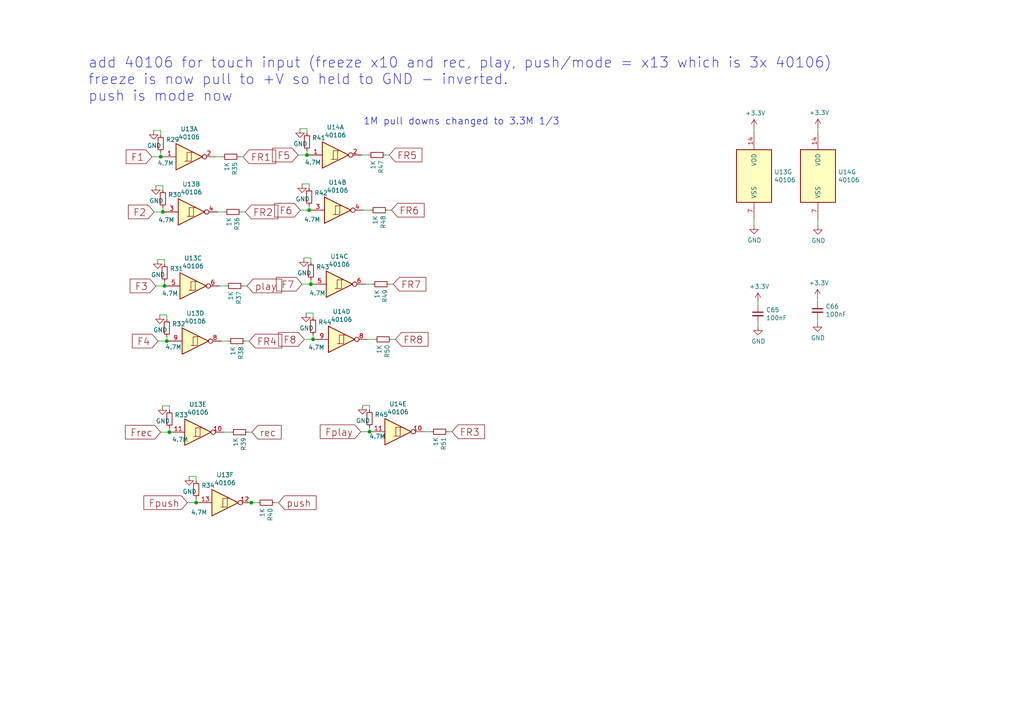
<source format=kicad_sch>
(kicad_sch (version 20211123) (generator eeschema)
  (paper "A4")
  (lib_symbols
    (symbol "4xxx:40106" (pin_names (offset 1.016))
      (property "Reference" "U" (at 0 1.27 0))
      (property "Value" "40106" (at 0 -1.27 0))
      (symbol "40106_1_0"
        (polyline (pts (xy -0.635 -1.27) (xy -0.635 1.27) (xy 0.635 1.27)))
        (polyline (pts (xy -3.81 3.81) (xy -3.81 -3.81) (xy 3.81 0) (xy -3.81 3.81)) (stroke (width 0.254)) (fill (type background)))
        (polyline (pts (xy -1.27 -1.27) (xy 0.635 -1.27) (xy 0.635 1.27) (xy 1.27 1.27)))
        (pin input line (at -7.62 0 0) (length 3.81) (name "~") (number "1"))
        (pin output inverted (at 7.62 0 180) (length 3.81) (name "~") (number "2"))
      )
      (symbol "40106_2_0"
        (polyline (pts (xy -0.635 -1.27) (xy -0.635 1.27) (xy 0.635 1.27)))
        (polyline (pts (xy -3.81 3.81) (xy -3.81 -3.81) (xy 3.81 0) (xy -3.81 3.81)) (stroke (width 0.254)) (fill (type background)))
        (polyline (pts (xy -1.27 -1.27) (xy 0.635 -1.27) (xy 0.635 1.27) (xy 1.27 1.27)))
        (pin input line (at -7.62 0 0) (length 3.81) (name "~") (number "3"))
        (pin output inverted (at 7.62 0 180) (length 3.81) (name "~") (number "4"))
      )
      (symbol "40106_3_0"
        (polyline (pts (xy -0.635 -1.27) (xy -0.635 1.27) (xy 0.635 1.27)))
        (polyline (pts (xy -3.81 3.81) (xy -3.81 -3.81) (xy 3.81 0) (xy -3.81 3.81)) (stroke (width 0.254)) (fill (type background)))
        (polyline (pts (xy -1.27 -1.27) (xy 0.635 -1.27) (xy 0.635 1.27) (xy 1.27 1.27)))
        (pin input line (at -7.62 0 0) (length 3.81) (name "~") (number "5"))
        (pin output inverted (at 7.62 0 180) (length 3.81) (name "~") (number "6"))
      )
      (symbol "40106_4_0"
        (polyline (pts (xy -0.635 -1.27) (xy -0.635 1.27) (xy 0.635 1.27)))
        (polyline (pts (xy -3.81 3.81) (xy -3.81 -3.81) (xy 3.81 0) (xy -3.81 3.81)) (stroke (width 0.254)) (fill (type background)))
        (polyline (pts (xy -1.27 -1.27) (xy 0.635 -1.27) (xy 0.635 1.27) (xy 1.27 1.27)))
        (pin output inverted (at 7.62 0 180) (length 3.81) (name "~") (number "8"))
        (pin input line (at -7.62 0 0) (length 3.81) (name "~") (number "9"))
      )
      (symbol "40106_5_0"
        (polyline (pts (xy -0.635 -1.27) (xy -0.635 1.27) (xy 0.635 1.27)))
        (polyline (pts (xy -3.81 3.81) (xy -3.81 -3.81) (xy 3.81 0) (xy -3.81 3.81)) (stroke (width 0.254)) (fill (type background)))
        (polyline (pts (xy -1.27 -1.27) (xy 0.635 -1.27) (xy 0.635 1.27) (xy 1.27 1.27)))
        (pin output inverted (at 7.62 0 180) (length 3.81) (name "~") (number "10"))
        (pin input line (at -7.62 0 0) (length 3.81) (name "~") (number "11"))
      )
      (symbol "40106_6_0"
        (polyline (pts (xy -0.635 -1.27) (xy -0.635 1.27) (xy 0.635 1.27)))
        (polyline (pts (xy -3.81 3.81) (xy -3.81 -3.81) (xy 3.81 0) (xy -3.81 3.81)) (stroke (width 0.254)) (fill (type background)))
        (polyline (pts (xy -1.27 -1.27) (xy 0.635 -1.27) (xy 0.635 1.27) (xy 1.27 1.27)))
        (pin output inverted (at 7.62 0 180) (length 3.81) (name "~") (number "12"))
        (pin input line (at -7.62 0 0) (length 3.81) (name "~") (number "13"))
      )
      (symbol "40106_7_0"
        (pin power_in line (at 0 12.7 270) (length 5.08) (name "VDD") (number "14"))
        (pin power_in line (at 0 -12.7 90) (length 5.08) (name "VSS") (number "7"))
      )
      (symbol "40106_7_1"
        (rectangle (start -5.08 7.62) (end 5.08 -7.62) (stroke (width 0.254)) (fill (type background)))
      )
    )
    (symbol "Device:C_Small" (pin_numbers hide) (pin_names (offset 0.254) hide)
      (property "Reference" "C" (at 0.254 1.778 0))
      (property "Value" "C_Small" (at 0.254 -2.032 0))
      (symbol "C_Small_0_1"
        (polyline (pts (xy -1.524 -0.508) (xy 1.524 -0.508)) (stroke (width 0.3302)))
        (polyline (pts (xy -1.524 0.508) (xy 1.524 0.508)) (stroke (width 0.3048)))
      )
      (symbol "C_Small_1_1"
        (pin passive line (at 0 2.54 270) (length 2.032) (name "~") (number "1"))
        (pin passive line (at 0 -2.54 90) (length 2.032) (name "~") (number "2"))
      )
    )
    (symbol "Device:R_Small" (pin_numbers hide) (pin_names (offset 0.254) hide)
      (property "Reference" "R" (at 0.762 0.508 0))
      (property "Value" "R_Small" (at 0.762 -1.016 0))
      (symbol "R_Small_0_1"
        (rectangle (start -0.762 1.778) (end 0.762 -1.778) (stroke (width 0.2032)))
      )
      (symbol "R_Small_1_1"
        (pin passive line (at 0 2.54 270) (length 0.762) (name "~") (number "1"))
        (pin passive line (at 0 -2.54 90) (length 0.762) (name "~") (number "2"))
      )
    )
    (symbol "power:+3.3V" (power) (pin_names (offset 0))
      (property "Value" "+3.3V" (at 0 3.556 0))
      (symbol "+3.3V_0_1"
        (polyline (pts (xy -0.762 1.27) (xy 0 2.54)))
        (polyline (pts (xy 0 0) (xy 0 2.54)))
        (polyline (pts (xy 0 2.54) (xy 0.762 1.27)))
      )
      (symbol "+3.3V_1_1"
        (pin power_in line (at 0 0 90) (length 0) hide (name "+3.3V") (number "1"))
      )
    )
    (symbol "power:GND" (power) (pin_names (offset 0))
      (property "Value" "GND" (at 0 -3.81 0))
      (symbol "GND_0_1"
        (polyline (pts (xy 0 0) (xy 0 -1.27) (xy 1.27 -1.27) (xy 0 -2.54) (xy -1.27 -1.27) (xy 0 -1.27)))
      )
      (symbol "GND_1_1"
        (pin power_in line (at 0 0 270) (length 0) hide (name "GND") (number "1"))
      )
    )
  )
  (junction (at 89.027 44.958))
  (junction (at 90.17 82.423))
  (junction (at 49.149 125.349))
  (junction (at 89.662 60.96))
  (junction (at 56.896 145.796))
  (junction (at 46.609 45.466))
  (junction (at 47.244 61.468))
  (junction (at 72.898 145.796))
  (junction (at 47.752 82.931))
  (junction (at 107.188 125.222))
  (junction (at 90.805 98.425))
  (junction (at 48.387 98.933))
  (wire (pts (xy 111.887 44.958) (xy 112.903 44.958)))
  (wire (pts (xy 124.968 125.222) (xy 123.063 125.222)))
  (wire (pts (xy 106.807 44.958) (xy 104.902 44.958)))
  (wire (pts (xy 46.609 44.196) (xy 46.609 45.466)))
  (wire (pts (xy 47.752 81.661) (xy 47.752 82.931)))
  (wire (pts (xy 107.442 60.96) (xy 105.537 60.96)))
  (wire (pts (xy 90.17 81.153) (xy 90.17 82.423)))
  (wire (pts (xy 107.188 123.952) (xy 107.188 125.222)))
  (wire (pts (xy 47.244 53.848) (xy 47.244 55.118)))
  (wire (pts (xy 74.676 145.796) (xy 72.898 145.796)))
  (wire (pts (xy 89.662 59.69) (xy 89.662 60.96)))
  (wire (pts (xy 49.149 125.349) (xy 49.784 125.349)))
  (wire (pts (xy 107.188 125.222) (xy 104.648 125.222)))
  (wire (pts (xy 47.752 82.931) (xy 48.387 82.931)))
  (wire (pts (xy 86.995 37.338) (xy 89.027 37.338)))
  (wire (pts (xy 56.896 144.526) (xy 56.896 145.796)))
  (wire (pts (xy 49.149 125.349) (xy 46.609 125.349)))
  (wire (pts (xy 56.896 138.176) (xy 56.896 139.446)))
  (wire (pts (xy 108.585 98.425) (xy 106.68 98.425)))
  (wire (pts (xy 89.027 37.338) (xy 89.027 38.608)))
  (wire (pts (xy 105.156 117.602) (xy 107.188 117.602)))
  (wire (pts (xy 56.896 145.796) (xy 57.658 145.796)))
  (wire (pts (xy 47.244 60.198) (xy 47.244 61.468)))
  (wire (pts (xy 66.167 98.933) (xy 64.262 98.933)))
  (wire (pts (xy 89.027 44.958) (xy 89.662 44.958)))
  (wire (pts (xy 89.027 44.958) (xy 86.487 44.958)))
  (wire (pts (xy 47.752 82.931) (xy 45.212 82.931)))
  (wire (pts (xy 49.149 124.079) (xy 49.149 125.349)))
  (wire (pts (xy 237.109 92.583) (xy 237.109 93.599)))
  (wire (pts (xy 47.244 61.468) (xy 44.704 61.468)))
  (wire (pts (xy 72.898 145.796) (xy 72.771 145.796)))
  (wire (pts (xy 88.138 74.803) (xy 90.17 74.803)))
  (wire (pts (xy 47.244 61.468) (xy 47.879 61.468)))
  (wire (pts (xy 218.694 63.754) (xy 218.694 65.278)))
  (wire (pts (xy 130.048 125.222) (xy 131.064 125.222)))
  (wire (pts (xy 107.188 117.602) (xy 107.188 118.872)))
  (wire (pts (xy 66.929 125.349) (xy 65.024 125.349)))
  (wire (pts (xy 219.837 93.599) (xy 219.837 94.615)))
  (wire (pts (xy 71.247 98.933) (xy 72.263 98.933)))
  (wire (pts (xy 237.236 63.754) (xy 237.236 65.405)))
  (wire (pts (xy 90.17 82.423) (xy 87.63 82.423)))
  (wire (pts (xy 65.024 61.468) (xy 63.119 61.468)))
  (wire (pts (xy 72.009 125.349) (xy 73.025 125.349)))
  (wire (pts (xy 89.662 60.96) (xy 87.122 60.96)))
  (wire (pts (xy 45.72 75.311) (xy 47.752 75.311)))
  (wire (pts (xy 70.104 61.468) (xy 71.12 61.468)))
  (wire (pts (xy 46.609 45.466) (xy 47.244 45.466)))
  (wire (pts (xy 107.188 125.222) (xy 107.823 125.222)))
  (wire (pts (xy 237.109 86.487) (xy 237.109 87.503)))
  (wire (pts (xy 90.805 98.425) (xy 88.265 98.425)))
  (wire (pts (xy 49.149 117.729) (xy 49.149 118.999)))
  (wire (pts (xy 87.63 53.34) (xy 89.662 53.34)))
  (wire (pts (xy 90.805 90.805) (xy 90.805 92.075)))
  (wire (pts (xy 90.805 97.155) (xy 90.805 98.425)))
  (wire (pts (xy 219.837 87.503) (xy 219.837 88.519)))
  (wire (pts (xy 56.896 145.796) (xy 54.356 145.796)))
  (wire (pts (xy 112.522 60.96) (xy 113.538 60.96)))
  (wire (pts (xy 237.236 37.084) (xy 237.236 38.354)))
  (wire (pts (xy 46.355 91.313) (xy 48.387 91.313)))
  (wire (pts (xy 218.694 37.211) (xy 218.694 38.354)))
  (wire (pts (xy 113.665 98.425) (xy 114.681 98.425)))
  (wire (pts (xy 54.864 138.176) (xy 56.896 138.176)))
  (wire (pts (xy 48.387 98.933) (xy 45.847 98.933)))
  (wire (pts (xy 47.117 117.729) (xy 49.149 117.729)))
  (wire (pts (xy 65.532 82.931) (xy 63.627 82.931)))
  (wire (pts (xy 113.03 82.423) (xy 114.046 82.423)))
  (wire (pts (xy 47.752 75.311) (xy 47.752 76.581)))
  (wire (pts (xy 45.212 53.848) (xy 47.244 53.848)))
  (wire (pts (xy 88.773 90.805) (xy 90.805 90.805)))
  (wire (pts (xy 107.95 82.423) (xy 106.045 82.423)))
  (wire (pts (xy 89.662 60.96) (xy 90.297 60.96)))
  (wire (pts (xy 48.387 91.313) (xy 48.387 92.583)))
  (wire (pts (xy 90.17 82.423) (xy 90.805 82.423)))
  (wire (pts (xy 79.756 145.796) (xy 80.772 145.796)))
  (wire (pts (xy 70.612 82.931) (xy 71.628 82.931)))
  (wire (pts (xy 48.387 98.933) (xy 49.022 98.933)))
  (wire (pts (xy 69.469 45.466) (xy 70.485 45.466)))
  (wire (pts (xy 90.805 98.425) (xy 91.44 98.425)))
  (wire (pts (xy 46.609 45.466) (xy 44.069 45.466)))
  (wire (pts (xy 48.387 97.663) (xy 48.387 98.933)))
  (wire (pts (xy 44.577 37.846) (xy 46.609 37.846)))
  (wire (pts (xy 90.17 74.803) (xy 90.17 76.073)))
  (wire (pts (xy 46.609 37.846) (xy 46.609 39.116)))
  (wire (pts (xy 64.389 45.466) (xy 62.484 45.466)))
  (wire (pts (xy 89.662 53.34) (xy 89.662 54.61)))
  (wire (pts (xy 89.027 43.688) (xy 89.027 44.958)))
  (text "1M pull downs changed to 3.3M 1/3" (at 105.3592 36.4744 0) (effects (font (size 2.0066 2.0066)) (justify left bottom)))
  (text "add 40106 for touch input (freeze x10 and rec, play, push/mode = x13 which is 3x 40106)\nfreeze is now pull to +V so held to GND - inverted.\npush is mode now" (at 25.527 29.718 0) (effects (font (size 2.9972 2.9972)) (justify left bottom)))
  (global_label "FR4" (shape input) (at 72.263 98.933 0) (effects (font (size 2.0066 2.0066))) (property "Intersheet References" "${INTERSHEET_REFS}" (effects hide)))
  (global_label "FR8" (shape input) (at 114.681 98.425 0) (effects (font (size 2.0066 2.0066))) (property "Intersheet References" "${INTERSHEET_REFS}" (effects hide)))
  (global_label "F5" (shape input) (at 86.487 44.958 180) (effects (font (size 2.0066 2.0066))) (property "Intersheet References" "${INTERSHEET_REFS}" (effects hide)))
  (global_label "FR2" (shape input) (at 71.12 61.468 0) (effects (font (size 2.0066 2.0066))) (property "Intersheet References" "${INTERSHEET_REFS}" (effects hide)))
  (global_label "FR3" (shape input) (at 131.064 125.222 0) (effects (font (size 2.0066 2.0066))) (property "Intersheet References" "${INTERSHEET_REFS}" (effects hide)))
  (global_label "F7" (shape input) (at 87.63 82.423 180) (effects (font (size 2.0066 2.0066))) (property "Intersheet References" "${INTERSHEET_REFS}" (effects hide)))
  (global_label "FR1" (shape input) (at 70.485 45.466 0) (effects (font (size 2.0066 2.0066))) (property "Intersheet References" "${INTERSHEET_REFS}" (effects hide)))
  (global_label "FR6" (shape input) (at 113.538 60.96 0) (effects (font (size 2.0066 2.0066))) (property "Intersheet References" "${INTERSHEET_REFS}" (effects hide)))
  (global_label "Frec" (shape input) (at 46.609 125.349 180) (effects (font (size 2.0066 2.0066))) (property "Intersheet References" "${INTERSHEET_REFS}" (effects hide)))
  (global_label "play" (shape input) (at 71.628 82.931 0) (effects (font (size 2.0066 2.0066))) (property "Intersheet References" "${INTERSHEET_REFS}" (effects hide)))
  (global_label "Fpush" (shape input) (at 54.356 145.796 180) (effects (font (size 2.0066 2.0066))) (property "Intersheet References" "${INTERSHEET_REFS}" (effects hide)))
  (global_label "push" (shape input) (at 80.772 145.796 0) (effects (font (size 2.0066 2.0066))) (property "Intersheet References" "${INTERSHEET_REFS}" (effects hide)))
  (global_label "F6" (shape input) (at 87.122 60.96 180) (effects (font (size 2.0066 2.0066))) (property "Intersheet References" "${INTERSHEET_REFS}" (effects hide)))
  (global_label "Fplay" (shape input) (at 104.648 125.222 180) (effects (font (size 2.0066 2.0066))) (property "Intersheet References" "${INTERSHEET_REFS}" (effects hide)))
  (global_label "FR5" (shape input) (at 112.903 44.958 0) (effects (font (size 2.0066 2.0066))) (property "Intersheet References" "${INTERSHEET_REFS}" (effects hide)))
  (global_label "F4" (shape input) (at 45.847 98.933 180) (effects (font (size 2.0066 2.0066))) (property "Intersheet References" "${INTERSHEET_REFS}" (effects hide)))
  (global_label "FR7" (shape input) (at 114.046 82.423 0) (effects (font (size 2.0066 2.0066))) (property "Intersheet References" "${INTERSHEET_REFS}" (effects hide)))
  (global_label "F1" (shape input) (at 44.069 45.466 180) (effects (font (size 2.0066 2.0066))) (property "Intersheet References" "${INTERSHEET_REFS}" (effects hide)))
  (global_label "F3" (shape input) (at 45.212 82.931 180) (effects (font (size 2.0066 2.0066))) (property "Intersheet References" "${INTERSHEET_REFS}" (effects hide)))
  (global_label "F2" (shape input) (at 44.704 61.468 180) (effects (font (size 2.0066 2.0066))) (property "Intersheet References" "${INTERSHEET_REFS}" (effects hide)))
  (global_label "rec" (shape input) (at 73.025 125.349 0) (effects (font (size 2.0066 2.0066))) (property "Intersheet References" "${INTERSHEET_REFS}" (effects hide)))
  (global_label "F8" (shape input) (at 88.265 98.425 180) (effects (font (size 2.0066 2.0066))) (property "Intersheet References" "${INTERSHEET_REFS}" (effects hide)))
  (symbol (lib_id "Device:R_Small") (at 46.609 41.656 0) (unit 1)
    (property "Reference" "R29" (at 48.1076 40.4876 0) (effects (justify left)))
    (property "Value" "4.7M" (at 45.6692 47.3456 0) (effects (justify left)))
    (property "Footprint" "Resistor_SMD:R_0805_2012Metric" (effects hide))
  )
  (symbol (lib_id "4xxx:40106") (at 54.864 45.466 0) (unit 1)
    (property "Reference" "U13" (at 54.864 37.4142 0))
    (property "Value" "40106" (at 54.864 39.7256 0))
    (property "Footprint" "Housings_SOIC:SOIC-14_3.9x8.7mm_Pitch1.27mm" (effects hide))
    (property "Datasheet" "http://www.nxp.com/documents/data_sheet/HEF40106B.pdf" (effects hide))
  )
  (symbol (lib_id "Device:R_Small") (at 66.929 45.466 270) (unit 1)
    (property "Reference" "R35" (at 68.0974 46.9646 0) (effects (justify left)))
    (property "Value" "1K" (at 65.786 46.9646 0) (effects (justify left)))
    (property "Footprint" "Resistor_SMD:R_0805_2012Metric" (effects hide))
  )
  (symbol (lib_id "Device:R_Small") (at 47.244 57.658 0) (unit 1)
    (property "Reference" "R30" (at 48.7426 56.4896 0) (effects (justify left)))
    (property "Value" "4.7M" (at 45.8724 63.8048 0) (effects (justify left)))
    (property "Footprint" "Resistor_SMD:R_0805_2012Metric" (effects hide))
  )
  (symbol (lib_id "Device:R_Small") (at 67.564 61.468 270) (unit 1)
    (property "Reference" "R36" (at 68.7324 62.9666 0) (effects (justify left)))
    (property "Value" "1K" (at 66.421 62.9666 0) (effects (justify left)))
    (property "Footprint" "Resistor_SMD:R_0805_2012Metric" (effects hide))
  )
  (symbol (lib_id "Device:R_Small") (at 47.752 79.121 0) (unit 1)
    (property "Reference" "R31" (at 49.2506 77.9526 0) (effects (justify left)))
    (property "Value" "4.7M" (at 46.9392 85.1154 0) (effects (justify left)))
    (property "Footprint" "Resistor_SMD:R_0805_2012Metric" (effects hide))
  )
  (symbol (lib_id "Device:R_Small") (at 68.072 82.931 270) (unit 1)
    (property "Reference" "R37" (at 69.2404 84.4296 0) (effects (justify left)))
    (property "Value" "1K" (at 66.929 84.4296 0) (effects (justify left)))
    (property "Footprint" "Resistor_SMD:R_0805_2012Metric" (effects hide))
  )
  (symbol (lib_id "Device:R_Small") (at 48.387 95.123 0) (unit 1)
    (property "Reference" "R32" (at 49.8856 93.9546 0) (effects (justify left)))
    (property "Value" "4.7M" (at 47.9552 100.6602 0) (effects (justify left)))
    (property "Footprint" "Resistor_SMD:R_0805_2012Metric" (effects hide))
  )
  (symbol (lib_id "Device:R_Small") (at 68.707 98.933 270) (unit 1)
    (property "Reference" "R38" (at 69.8754 100.4316 0) (effects (justify left)))
    (property "Value" "1K" (at 67.564 100.4316 0) (effects (justify left)))
    (property "Footprint" "Resistor_SMD:R_0805_2012Metric" (effects hide))
  )
  (symbol (lib_id "Device:R_Small") (at 89.027 41.148 0) (unit 1)
    (property "Reference" "R41" (at 90.5256 39.9796 0) (effects (justify left)))
    (property "Value" "4.7M" (at 88.392 47.117 0) (effects (justify left)))
    (property "Footprint" "Resistor_SMD:R_0805_2012Metric" (effects hide))
  )
  (symbol (lib_id "Device:R_Small") (at 109.347 44.958 270) (unit 1)
    (property "Reference" "R47" (at 110.5154 46.4566 0) (effects (justify left)))
    (property "Value" "1K" (at 108.204 46.4566 0) (effects (justify left)))
    (property "Footprint" "Resistor_SMD:R_0805_2012Metric" (effects hide))
  )
  (symbol (lib_id "Device:R_Small") (at 89.662 57.15 0) (unit 1)
    (property "Reference" "R42" (at 91.1606 55.9816 0) (effects (justify left)))
    (property "Value" "4.7M" (at 88.1888 63.6778 0) (effects (justify left)))
    (property "Footprint" "Resistor_SMD:R_0805_2012Metric" (effects hide))
  )
  (symbol (lib_id "Device:R_Small") (at 109.982 60.96 270) (unit 1)
    (property "Reference" "R48" (at 111.1504 62.4586 0) (effects (justify left)))
    (property "Value" "1K" (at 108.839 62.4586 0) (effects (justify left)))
    (property "Footprint" "Resistor_SMD:R_0805_2012Metric" (effects hide))
  )
  (symbol (lib_id "Device:R_Small") (at 90.17 78.613 0) (unit 1)
    (property "Reference" "R43" (at 91.6686 77.4446 0) (effects (justify left)))
    (property "Value" "4.7M" (at 89.7128 85.0138 0) (effects (justify left)))
    (property "Footprint" "Resistor_SMD:R_0805_2012Metric" (effects hide))
  )
  (symbol (lib_id "Device:R_Small") (at 110.49 82.423 270) (unit 1)
    (property "Reference" "R49" (at 111.6584 83.9216 0) (effects (justify left)))
    (property "Value" "1K" (at 109.347 83.9216 0) (effects (justify left)))
    (property "Footprint" "Resistor_SMD:R_0805_2012Metric" (effects hide))
  )
  (symbol (lib_id "Device:R_Small") (at 90.805 94.615 0) (unit 1)
    (property "Reference" "R44" (at 92.3036 93.4466 0) (effects (justify left)))
    (property "Value" "4.7M" (at 89.408 100.7618 0) (effects (justify left)))
    (property "Footprint" "Resistor_SMD:R_0805_2012Metric" (effects hide))
  )
  (symbol (lib_id "Device:R_Small") (at 111.125 98.425 270) (unit 1)
    (property "Reference" "R50" (at 112.2934 99.9236 0) (effects (justify left)))
    (property "Value" "1K" (at 109.982 99.9236 0) (effects (justify left)))
    (property "Footprint" "Resistor_SMD:R_0805_2012Metric" (effects hide))
  )
  (symbol (lib_id "4xxx:40106") (at 97.282 44.958 0) (unit 1)
    (property "Reference" "U14" (at 97.282 36.9062 0))
    (property "Value" "40106" (at 97.282 39.2176 0))
    (property "Footprint" "Housings_SOIC:SOIC-14_3.9x8.7mm_Pitch1.27mm" (effects hide))
    (property "Datasheet" "http://www.nxp.com/documents/data_sheet/HEF40106B.pdf" (effects hide))
  )
  (symbol (lib_id "4xxx:40106") (at 55.499 61.468 0) (unit 2)
    (property "Reference" "U13" (at 55.499 53.4162 0))
    (property "Value" "40106" (at 55.499 55.7276 0))
    (property "Footprint" "Housings_SOIC:SOIC-14_3.9x8.7mm_Pitch1.27mm" (effects hide))
    (property "Datasheet" "http://www.nxp.com/documents/data_sheet/HEF40106B.pdf" (effects hide))
  )
  (symbol (lib_id "4xxx:40106") (at 97.917 60.96 0) (unit 2)
    (property "Reference" "U14" (at 97.917 52.9082 0))
    (property "Value" "40106" (at 97.917 55.2196 0))
    (property "Footprint" "Housings_SOIC:SOIC-14_3.9x8.7mm_Pitch1.27mm" (effects hide))
    (property "Datasheet" "http://www.nxp.com/documents/data_sheet/HEF40106B.pdf" (effects hide))
  )
  (symbol (lib_id "4xxx:40106") (at 98.425 82.423 0) (unit 3)
    (property "Reference" "U14" (at 98.425 74.3712 0))
    (property "Value" "40106" (at 98.425 76.6826 0))
    (property "Footprint" "Housings_SOIC:SOIC-14_3.9x8.7mm_Pitch1.27mm" (effects hide))
    (property "Datasheet" "http://www.nxp.com/documents/data_sheet/HEF40106B.pdf" (effects hide))
  )
  (symbol (lib_id "4xxx:40106") (at 99.06 98.425 0) (unit 4)
    (property "Reference" "U14" (at 99.06 90.3732 0))
    (property "Value" "40106" (at 99.06 92.6846 0))
    (property "Footprint" "Housings_SOIC:SOIC-14_3.9x8.7mm_Pitch1.27mm" (effects hide))
    (property "Datasheet" "http://www.nxp.com/documents/data_sheet/HEF40106B.pdf" (effects hide))
  )
  (symbol (lib_id "4xxx:40106") (at 56.642 98.933 0) (unit 4)
    (property "Reference" "U13" (at 56.642 90.8812 0))
    (property "Value" "40106" (at 56.642 93.1926 0))
    (property "Footprint" "Housings_SOIC:SOIC-14_3.9x8.7mm_Pitch1.27mm" (effects hide))
    (property "Datasheet" "http://www.nxp.com/documents/data_sheet/HEF40106B.pdf" (effects hide))
  )
  (symbol (lib_id "4xxx:40106") (at 56.007 82.931 0) (unit 3)
    (property "Reference" "U13" (at 56.007 74.8792 0))
    (property "Value" "40106" (at 56.007 77.1906 0))
    (property "Footprint" "Housings_SOIC:SOIC-14_3.9x8.7mm_Pitch1.27mm" (effects hide))
    (property "Datasheet" "http://www.nxp.com/documents/data_sheet/HEF40106B.pdf" (effects hide))
  )
  (symbol (lib_id "4xxx:40106") (at 115.443 125.222 0) (unit 5)
    (property "Reference" "U14" (at 115.443 117.1702 0))
    (property "Value" "40106" (at 115.443 119.4816 0))
    (property "Footprint" "Housings_SOIC:SOIC-14_3.9x8.7mm_Pitch1.27mm" (effects hide))
    (property "Datasheet" "http://www.nxp.com/documents/data_sheet/HEF40106B.pdf" (effects hide))
  )
  (symbol (lib_id "4xxx:40106") (at 57.404 125.349 0) (unit 5)
    (property "Reference" "U13" (at 57.404 117.2972 0))
    (property "Value" "40106" (at 57.404 119.6086 0))
    (property "Footprint" "Housings_SOIC:SOIC-14_3.9x8.7mm_Pitch1.27mm" (effects hide))
    (property "Datasheet" "http://www.nxp.com/documents/data_sheet/HEF40106B.pdf" (effects hide))
  )
  (symbol (lib_id "Device:R_Small") (at 49.149 121.539 0) (unit 1)
    (property "Reference" "R33" (at 50.6476 120.3706 0) (effects (justify left)))
    (property "Value" "4.7M" (at 49.8856 127.4826 0) (effects (justify left)))
    (property "Footprint" "Resistor_SMD:R_0805_2012Metric" (effects hide))
  )
  (symbol (lib_id "Device:R_Small") (at 69.469 125.349 270) (unit 1)
    (property "Reference" "R39" (at 70.6374 126.8476 0) (effects (justify left)))
    (property "Value" "1K" (at 68.326 126.8476 0) (effects (justify left)))
    (property "Footprint" "Resistor_SMD:R_0805_2012Metric" (effects hide))
  )
  (symbol (lib_id "Device:R_Small") (at 107.188 121.412 0) (unit 1)
    (property "Reference" "R45" (at 108.6866 120.2436 0) (effects (justify left)))
    (property "Value" "4.7M" (at 107.0864 126.5682 0) (effects (justify left)))
    (property "Footprint" "Resistor_SMD:R_0805_2012Metric" (effects hide))
  )
  (symbol (lib_id "Device:R_Small") (at 127.508 125.222 270) (unit 1)
    (property "Reference" "R51" (at 128.6764 126.7206 0) (effects (justify left)))
    (property "Value" "1K" (at 126.365 126.7206 0) (effects (justify left)))
    (property "Footprint" "Resistor_SMD:R_0805_2012Metric" (effects hide))
  )
  (symbol (lib_id "4xxx:40106") (at 218.694 51.054 0) (unit 7)
    (property "Reference" "U13" (at 224.536 49.8856 0) (effects (justify left)))
    (property "Value" "40106" (at 224.536 52.197 0) (effects (justify left)))
    (property "Footprint" "Housings_SOIC:SOIC-14_3.9x8.7mm_Pitch1.27mm" (effects hide))
    (property "Datasheet" "http://www.nxp.com/documents/data_sheet/HEF40106B.pdf" (effects hide))
  )
  (symbol (lib_id "4xxx:40106") (at 237.236 51.054 0) (unit 7)
    (property "Reference" "U14" (at 243.078 49.8856 0) (effects (justify left)))
    (property "Value" "40106" (at 243.078 52.197 0) (effects (justify left)))
    (property "Footprint" "Housings_SOIC:SOIC-14_3.9x8.7mm_Pitch1.27mm" (effects hide))
    (property "Datasheet" "http://www.nxp.com/documents/data_sheet/HEF40106B.pdf" (effects hide))
  )
  (symbol (lib_id "power:GND") (at 218.694 65.278 0) (unit 1)
    (property "Reference" "#PWR088" (effects hide))
    (property "Value" "GND" (at 218.821 69.6722 0))
  )
  (symbol (lib_id "power:GND") (at 237.236 65.405 0) (unit 1)
    (property "Reference" "#PWR090" (effects hide))
    (property "Value" "GND" (at 237.363 69.7992 0))
  )
  (symbol (lib_id "power:+3.3V") (at 218.694 37.211 0) (unit 1)
    (property "Reference" "#PWR087" (effects hide))
    (property "Value" "+3.3V" (at 219.075 32.8168 0))
  )
  (symbol (lib_id "power:+3.3V") (at 237.236 37.084 0) (unit 1)
    (property "Reference" "#PWR089" (effects hide))
    (property "Value" "+3.3V" (at 237.617 32.6898 0))
  )
  (symbol (lib_id "Device:R_Small") (at 56.896 141.986 0) (unit 1)
    (property "Reference" "R34" (at 58.3946 140.8176 0) (effects (justify left)))
    (property "Value" "4.7M" (at 55.372 148.6154 0) (effects (justify left)))
    (property "Footprint" "Resistor_SMD:R_0805_2012Metric" (effects hide))
  )
  (symbol (lib_id "Device:R_Small") (at 77.216 145.796 270) (unit 1)
    (property "Reference" "R40" (at 78.3844 147.2946 0) (effects (justify left)))
    (property "Value" "1K" (at 76.073 147.2946 0) (effects (justify left)))
    (property "Footprint" "Resistor_SMD:R_0805_2012Metric" (effects hide))
  )
  (symbol (lib_id "4xxx:40106") (at 65.278 145.796 0) (unit 6)
    (property "Reference" "U13" (at 65.278 137.7442 0))
    (property "Value" "40106" (at 65.278 140.0556 0))
    (property "Footprint" "Housings_SOIC:SOIC-14_3.9x8.7mm_Pitch1.27mm" (effects hide))
    (property "Datasheet" "http://www.nxp.com/documents/data_sheet/HEF40106B.pdf" (effects hide))
  )
  (symbol (lib_id "Device:C_Small") (at 219.837 91.059 0) (unit 1)
    (property "Reference" "C65" (at 222.1738 89.8906 0) (effects (justify left)))
    (property "Value" "100nF" (at 222.1738 92.202 0) (effects (justify left)))
    (property "Footprint" "Capacitor_SMD:C_0805_2012Metric" (effects hide))
  )
  (symbol (lib_id "power:GND") (at 219.837 94.615 0) (unit 1)
    (property "Reference" "#PWR0173" (effects hide))
    (property "Value" "GND" (at 219.964 99.0092 0))
  )
  (symbol (lib_id "power:+3.3V") (at 219.837 87.503 0) (unit 1)
    (property "Reference" "#PWR0174" (effects hide))
    (property "Value" "+3.3V" (at 220.218 83.1088 0))
  )
  (symbol (lib_id "Device:C_Small") (at 237.109 90.043 0) (unit 1)
    (property "Reference" "C66" (at 239.4458 88.8746 0) (effects (justify left)))
    (property "Value" "100nF" (at 239.4458 91.186 0) (effects (justify left)))
    (property "Footprint" "Capacitor_SMD:C_0805_2012Metric" (effects hide))
  )
  (symbol (lib_id "power:GND") (at 237.109 93.599 0) (unit 1)
    (property "Reference" "#PWR0175" (effects hide))
    (property "Value" "GND" (at 237.236 97.9932 0))
  )
  (symbol (lib_id "power:+3.3V") (at 237.109 86.487 0) (unit 1)
    (property "Reference" "#PWR0176" (effects hide))
    (property "Value" "+3.3V" (at 237.49 82.0928 0))
  )
  (symbol (lib_id "power:GND") (at 44.577 37.846 0) (unit 1)
    (property "Reference" "#PWR0101" (effects hide))
    (property "Value" "GND" (at 44.704 42.2402 0))
  )
  (symbol (lib_id "power:GND") (at 86.995 37.338 0) (unit 1)
    (property "Reference" "#PWR0102" (effects hide))
    (property "Value" "GND" (at 87.122 41.7322 0))
  )
  (symbol (lib_id "power:GND") (at 45.212 53.848 0) (unit 1)
    (property "Reference" "#PWR0103" (effects hide))
    (property "Value" "GND" (at 45.339 58.2422 0))
  )
  (symbol (lib_id "power:GND") (at 45.72 75.311 0) (unit 1)
    (property "Reference" "#PWR0104" (effects hide))
    (property "Value" "GND" (at 45.847 79.7052 0))
  )
  (symbol (lib_id "power:GND") (at 46.355 91.313 0) (unit 1)
    (property "Reference" "#PWR0105" (effects hide))
    (property "Value" "GND" (at 46.482 95.7072 0))
  )
  (symbol (lib_id "power:GND") (at 88.773 90.805 0) (unit 1)
    (property "Reference" "#PWR0106" (effects hide))
    (property "Value" "GND" (at 88.9 95.1992 0))
  )
  (symbol (lib_id "power:GND") (at 88.138 74.803 0) (unit 1)
    (property "Reference" "#PWR0107" (effects hide))
    (property "Value" "GND" (at 88.265 79.1972 0))
  )
  (symbol (lib_id "power:GND") (at 87.63 53.34 0) (unit 1)
    (property "Reference" "#PWR0108" (effects hide))
    (property "Value" "GND" (at 87.757 57.7342 0))
  )
  (symbol (lib_id "power:GND") (at 105.156 117.602 0) (unit 1)
    (property "Reference" "#PWR0109" (effects hide))
    (property "Value" "GND" (at 105.283 121.9962 0))
  )
  (symbol (lib_id "power:GND") (at 47.117 117.729 0) (unit 1)
    (property "Reference" "#PWR0110" (effects hide))
    (property "Value" "GND" (at 47.244 122.1232 0))
  )
  (symbol (lib_id "power:GND") (at 54.864 138.176 0) (unit 1)
    (property "Reference" "#PWR0111" (effects hide))
    (property "Value" "GND" (at 54.991 142.5702 0))
  )
)
</source>
